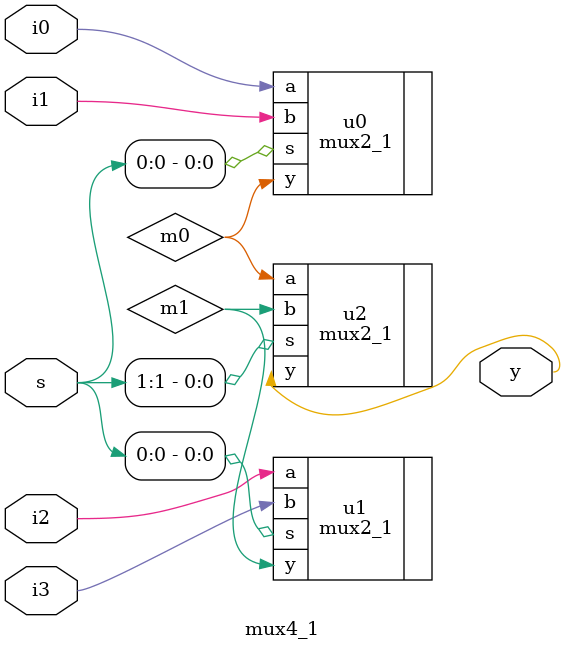
<source format=v>
`timescale 1ns / 1ps
module mux4_1(
    input i0,
    input i1,
    input i2,
    input i3,
    input [1:0] s,
    output y
);
    wire m0;
    wire m1;

    mux2_1 u0(.a(i0), .b(i1), .s(s[0]), .y(m0));
    mux2_1 u1(.a(i2), .b(i3), .s(s[0]), .y(m1));
    mux2_1 u2(.a(m0), .b(m1), .s(s[1]), .y(y));
endmodule
</source>
